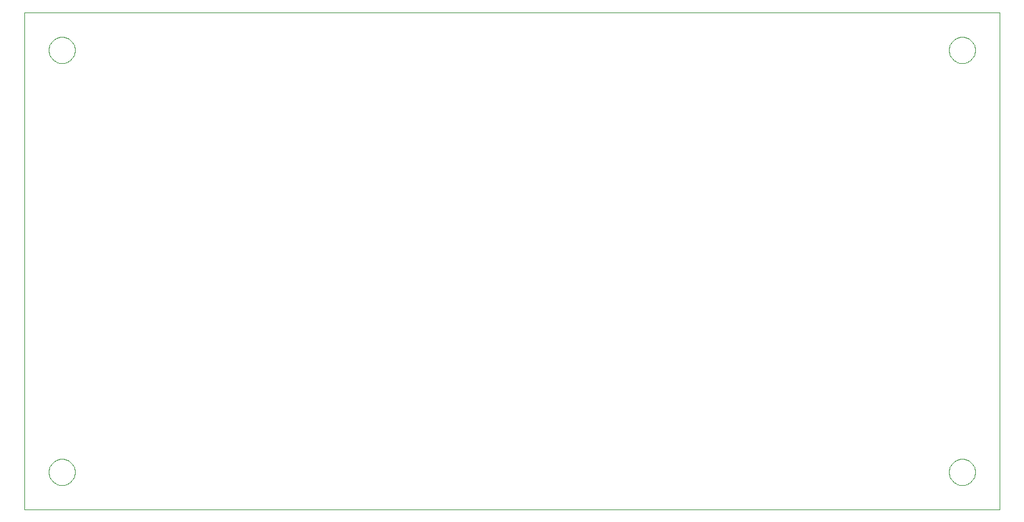
<source format=gm1>
G04 Output by ViewMate Deluxe V11.0.9  PentaLogix LLC*
G04 Sun Jun 14 09:16:29 2015*
%FSLAX33Y33*%
%MOMM*%
%IPPOS*%
%ADD109C,0.0*%

%LPD*%
X0Y0D2*D109*G1X129710Y5334D2*X129715Y5202D1*X129730Y5070*X129756Y4938*X129789Y4811*X129832Y4684*X129885Y4562*X129949Y4445*X130020Y4333*X130099Y4227*X130185Y4125*X130279Y4031*X130381Y3945*X130487Y3866*X130599Y3795*X130716Y3731*X130838Y3678*X130965Y3635*X131092Y3602*X131224Y3576*X131356Y3561*X131488Y3556*X131620Y3561*X131752Y3576*X131884Y3602*X132011Y3635*X132138Y3678*X132260Y3731*X132377Y3795*X132489Y3866*X132596Y3945*X132697Y4031*X132791Y4125*X132878Y4227*X132956Y4333*X133027Y4445*X133091Y4562*X133144Y4684*X133187Y4811*X133220Y4938*X133246Y5070*X133261Y5202*X133266Y5334*X133261Y5466*X133246Y5598*X133220Y5730*X133187Y5857*X133144Y5984*X133091Y6106*X133027Y6223*X132956Y6335*X132878Y6441*X132791Y6543*X132697Y6637*X132596Y6723*X132489Y6802*X132377Y6873*X132260Y6937*X132138Y6990*X132011Y7033*X131884Y7066*X131752Y7092*X131620Y7107*X131488Y7112*X131356Y7107*X131224Y7092*X131092Y7066*X130965Y7033*X130838Y6990*X130716Y6937*X130599Y6873*X130487Y6802*X130381Y6723*X130279Y6637*X130185Y6543*X130099Y6441*X130020Y6335*X129949Y6223*X129885Y6106*X129832Y5984*X129789Y5857*X129756Y5730*X129730Y5598*X129715Y5466*X129710Y5334*X129710Y62484D2*X129715Y62352D1*X129730Y62220*X129756Y62088*X129789Y61961*X129832Y61834*X129885Y61712*X129949Y61595*X130020Y61483*X130099Y61377*X130185Y61275*X130279Y61181*X130381Y61095*X130487Y61016*X130599Y60945*X130716Y60881*X130838Y60828*X130965Y60785*X131092Y60752*X131224Y60726*X131356Y60711*X131488Y60706*X131620Y60711*X131752Y60726*X131884Y60752*X132011Y60785*X132138Y60828*X132260Y60881*X132377Y60945*X132489Y61016*X132596Y61095*X132697Y61181*X132791Y61275*X132878Y61377*X132956Y61483*X133027Y61595*X133091Y61712*X133144Y61834*X133187Y61961*X133220Y62088*X133246Y62220*X133261Y62352*X133266Y62484*X133261Y62616*X133246Y62748*X133220Y62880*X133187Y63007*X133144Y63134*X133091Y63256*X133027Y63373*X132956Y63485*X132878Y63591*X132791Y63693*X132697Y63787*X132596Y63873*X132489Y63952*X132377Y64023*X132260Y64087*X132138Y64140*X132011Y64183*X131884Y64216*X131752Y64242*X131620Y64257*X131488Y64262*X131356Y64257*X131224Y64242*X131092Y64216*X130965Y64183*X130838Y64140*X130716Y64087*X130599Y64023*X130487Y63952*X130381Y63873*X130279Y63787*X130185Y63693*X130099Y63591*X130020Y63485*X129949Y63373*X129885Y63256*X129832Y63134*X129789Y63007*X129756Y62880*X129730Y62748*X129715Y62616*X129710Y62484*X7790Y62484D2*X7795Y62352D1*X7810Y62220*X7836Y62088*X7869Y61961*X7912Y61834*X7965Y61712*X8029Y61595*X8100Y61483*X8179Y61377*X8265Y61275*X8359Y61181*X8461Y61095*X8567Y61016*X8679Y60945*X8796Y60881*X8918Y60828*X9045Y60785*X9172Y60752*X9304Y60726*X9436Y60711*X9568Y60706*X9700Y60711*X9832Y60726*X9964Y60752*X10091Y60785*X10218Y60828*X10340Y60881*X10457Y60945*X10569Y61016*X10676Y61095*X10777Y61181*X10871Y61275*X10958Y61377*X11036Y61483*X11107Y61595*X11171Y61712*X11224Y61834*X11267Y61961*X11300Y62088*X11326Y62220*X11341Y62352*X11346Y62484*X11341Y62616*X11326Y62748*X11300Y62880*X11267Y63007*X11224Y63134*X11171Y63256*X11107Y63373*X11036Y63485*X10958Y63591*X10871Y63693*X10777Y63787*X10676Y63873*X10569Y63952*X10457Y64023*X10340Y64087*X10218Y64140*X10091Y64183*X9964Y64216*X9832Y64242*X9700Y64257*X9568Y64262*X9436Y64257*X9304Y64242*X9172Y64216*X9045Y64183*X8918Y64140*X8796Y64087*X8679Y64023*X8567Y63952*X8461Y63873*X8359Y63787*X8265Y63693*X8179Y63591*X8100Y63485*X8029Y63373*X7965Y63256*X7912Y63134*X7869Y63007*X7836Y62880*X7810Y62748*X7795Y62616*X7790Y62484*X7790Y5334D2*X7795Y5202D1*X7810Y5070*X7836Y4938*X7869Y4811*X7912Y4684*X7965Y4562*X8029Y4445*X8100Y4333*X8179Y4227*X8265Y4125*X8359Y4031*X8461Y3945*X8567Y3866*X8679Y3795*X8796Y3731*X8918Y3678*X9045Y3635*X9172Y3602*X9304Y3576*X9436Y3561*X9568Y3556*X9700Y3561*X9832Y3576*X9964Y3602*X10091Y3635*X10218Y3678*X10340Y3731*X10457Y3795*X10569Y3866*X10676Y3945*X10777Y4031*X10871Y4125*X10958Y4227*X11036Y4333*X11107Y4445*X11171Y4562*X11224Y4684*X11267Y4811*X11300Y4938*X11326Y5070*X11341Y5202*X11346Y5334*X11341Y5466*X11326Y5598*X11300Y5730*X11267Y5857*X11224Y5984*X11171Y6106*X11107Y6223*X11036Y6335*X10958Y6441*X10871Y6543*X10777Y6637*X10676Y6723*X10569Y6802*X10457Y6873*X10340Y6937*X10218Y6990*X10091Y7033*X9964Y7066*X9832Y7092*X9700Y7107*X9568Y7112*X9436Y7107*X9304Y7092*X9172Y7066*X9045Y7033*X8918Y6990*X8796Y6937*X8679Y6873*X8567Y6802*X8461Y6723*X8359Y6637*X8265Y6543*X8179Y6441*X8100Y6335*X8029Y6223*X7965Y6106*X7912Y5984*X7869Y5857*X7836Y5730*X7810Y5598*X7795Y5466*X7790Y5334*X4488Y254D2*X136568Y254D1*X136568Y67564*X4488Y67564*X4488Y254*X0Y0D2*M02*
</source>
